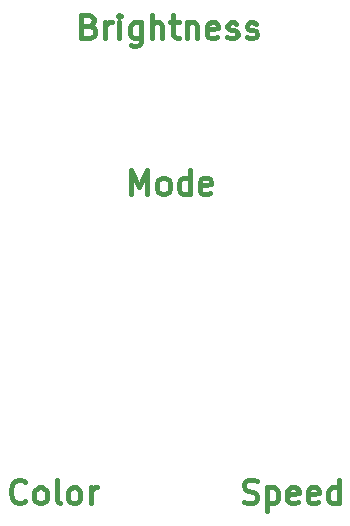
<source format=gbr>
G04 #@! TF.GenerationSoftware,KiCad,Pcbnew,(5.1.5-0-10_14)*
G04 #@! TF.CreationDate,2020-01-23T10:56:36-08:00*
G04 #@! TF.ProjectId,FaceplateBoardNoParts,46616365-706c-4617-9465-426f6172644e,rev?*
G04 #@! TF.SameCoordinates,Original*
G04 #@! TF.FileFunction,Legend,Top*
G04 #@! TF.FilePolarity,Positive*
%FSLAX46Y46*%
G04 Gerber Fmt 4.6, Leading zero omitted, Abs format (unit mm)*
G04 Created by KiCad (PCBNEW (5.1.5-0-10_14)) date 2020-01-23 10:56:36*
%MOMM*%
%LPD*%
G04 APERTURE LIST*
%ADD10C,0.400000*%
G04 APERTURE END LIST*
D10*
X151264048Y-121282297D02*
X151549763Y-121377535D01*
X152025953Y-121377535D01*
X152216429Y-121282297D01*
X152311667Y-121187059D01*
X152406906Y-120996583D01*
X152406906Y-120806107D01*
X152311667Y-120615631D01*
X152216429Y-120520393D01*
X152025953Y-120425154D01*
X151645001Y-120329916D01*
X151454525Y-120234678D01*
X151359287Y-120139440D01*
X151264048Y-119948964D01*
X151264048Y-119758488D01*
X151359287Y-119568012D01*
X151454525Y-119472774D01*
X151645001Y-119377535D01*
X152121191Y-119377535D01*
X152406906Y-119472774D01*
X153264048Y-120044202D02*
X153264048Y-122044202D01*
X153264048Y-120139440D02*
X153454525Y-120044202D01*
X153835477Y-120044202D01*
X154025953Y-120139440D01*
X154121191Y-120234678D01*
X154216429Y-120425154D01*
X154216429Y-120996583D01*
X154121191Y-121187059D01*
X154025953Y-121282297D01*
X153835477Y-121377535D01*
X153454525Y-121377535D01*
X153264048Y-121282297D01*
X155835477Y-121282297D02*
X155645001Y-121377535D01*
X155264048Y-121377535D01*
X155073572Y-121282297D01*
X154978334Y-121091821D01*
X154978334Y-120329916D01*
X155073572Y-120139440D01*
X155264048Y-120044202D01*
X155645001Y-120044202D01*
X155835477Y-120139440D01*
X155930715Y-120329916D01*
X155930715Y-120520393D01*
X154978334Y-120710869D01*
X157549763Y-121282297D02*
X157359287Y-121377535D01*
X156978334Y-121377535D01*
X156787858Y-121282297D01*
X156692620Y-121091821D01*
X156692620Y-120329916D01*
X156787858Y-120139440D01*
X156978334Y-120044202D01*
X157359287Y-120044202D01*
X157549763Y-120139440D01*
X157645001Y-120329916D01*
X157645001Y-120520393D01*
X156692620Y-120710869D01*
X159359287Y-121377535D02*
X159359287Y-119377535D01*
X159359287Y-121282297D02*
X159168810Y-121377535D01*
X158787858Y-121377535D01*
X158597382Y-121282297D01*
X158502144Y-121187059D01*
X158406906Y-120996583D01*
X158406906Y-120425154D01*
X158502144Y-120234678D01*
X158597382Y-120139440D01*
X158787858Y-120044202D01*
X159168810Y-120044202D01*
X159359287Y-120139440D01*
X132782153Y-121187059D02*
X132686915Y-121282297D01*
X132401201Y-121377535D01*
X132210725Y-121377535D01*
X131925010Y-121282297D01*
X131734534Y-121091821D01*
X131639296Y-120901345D01*
X131544058Y-120520393D01*
X131544058Y-120234678D01*
X131639296Y-119853726D01*
X131734534Y-119663250D01*
X131925010Y-119472774D01*
X132210725Y-119377535D01*
X132401201Y-119377535D01*
X132686915Y-119472774D01*
X132782153Y-119568012D01*
X133925010Y-121377535D02*
X133734534Y-121282297D01*
X133639296Y-121187059D01*
X133544058Y-120996583D01*
X133544058Y-120425154D01*
X133639296Y-120234678D01*
X133734534Y-120139440D01*
X133925010Y-120044202D01*
X134210725Y-120044202D01*
X134401201Y-120139440D01*
X134496439Y-120234678D01*
X134591677Y-120425154D01*
X134591677Y-120996583D01*
X134496439Y-121187059D01*
X134401201Y-121282297D01*
X134210725Y-121377535D01*
X133925010Y-121377535D01*
X135734534Y-121377535D02*
X135544058Y-121282297D01*
X135448820Y-121091821D01*
X135448820Y-119377535D01*
X136782153Y-121377535D02*
X136591677Y-121282297D01*
X136496439Y-121187059D01*
X136401201Y-120996583D01*
X136401201Y-120425154D01*
X136496439Y-120234678D01*
X136591677Y-120139440D01*
X136782153Y-120044202D01*
X137067867Y-120044202D01*
X137258344Y-120139440D01*
X137353582Y-120234678D01*
X137448820Y-120425154D01*
X137448820Y-120996583D01*
X137353582Y-121187059D01*
X137258344Y-121282297D01*
X137067867Y-121377535D01*
X136782153Y-121377535D01*
X138305963Y-121377535D02*
X138305963Y-120044202D01*
X138305963Y-120425154D02*
X138401201Y-120234678D01*
X138496439Y-120139440D01*
X138686915Y-120044202D01*
X138877391Y-120044202D01*
X141764353Y-95190135D02*
X141764353Y-93190135D01*
X142431020Y-94618707D01*
X143097687Y-93190135D01*
X143097687Y-95190135D01*
X144335782Y-95190135D02*
X144145306Y-95094897D01*
X144050067Y-94999659D01*
X143954829Y-94809183D01*
X143954829Y-94237754D01*
X144050067Y-94047278D01*
X144145306Y-93952040D01*
X144335782Y-93856802D01*
X144621496Y-93856802D01*
X144811972Y-93952040D01*
X144907210Y-94047278D01*
X145002448Y-94237754D01*
X145002448Y-94809183D01*
X144907210Y-94999659D01*
X144811972Y-95094897D01*
X144621496Y-95190135D01*
X144335782Y-95190135D01*
X146716734Y-95190135D02*
X146716734Y-93190135D01*
X146716734Y-95094897D02*
X146526258Y-95190135D01*
X146145306Y-95190135D01*
X145954829Y-95094897D01*
X145859591Y-94999659D01*
X145764353Y-94809183D01*
X145764353Y-94237754D01*
X145859591Y-94047278D01*
X145954829Y-93952040D01*
X146145306Y-93856802D01*
X146526258Y-93856802D01*
X146716734Y-93952040D01*
X148431020Y-95094897D02*
X148240544Y-95190135D01*
X147859591Y-95190135D01*
X147669115Y-95094897D01*
X147573877Y-94904421D01*
X147573877Y-94142516D01*
X147669115Y-93952040D01*
X147859591Y-93856802D01*
X148240544Y-93856802D01*
X148431020Y-93952040D01*
X148526258Y-94142516D01*
X148526258Y-94332993D01*
X147573877Y-94523469D01*
X138180201Y-80959916D02*
X138465915Y-81055154D01*
X138561153Y-81150393D01*
X138656391Y-81340869D01*
X138656391Y-81626583D01*
X138561153Y-81817059D01*
X138465915Y-81912297D01*
X138275439Y-82007535D01*
X137513534Y-82007535D01*
X137513534Y-80007535D01*
X138180201Y-80007535D01*
X138370677Y-80102774D01*
X138465915Y-80198012D01*
X138561153Y-80388488D01*
X138561153Y-80578964D01*
X138465915Y-80769440D01*
X138370677Y-80864678D01*
X138180201Y-80959916D01*
X137513534Y-80959916D01*
X139513534Y-82007535D02*
X139513534Y-80674202D01*
X139513534Y-81055154D02*
X139608772Y-80864678D01*
X139704010Y-80769440D01*
X139894487Y-80674202D01*
X140084963Y-80674202D01*
X140751629Y-82007535D02*
X140751629Y-80674202D01*
X140751629Y-80007535D02*
X140656391Y-80102774D01*
X140751629Y-80198012D01*
X140846867Y-80102774D01*
X140751629Y-80007535D01*
X140751629Y-80198012D01*
X142561153Y-80674202D02*
X142561153Y-82293250D01*
X142465915Y-82483726D01*
X142370677Y-82578964D01*
X142180201Y-82674202D01*
X141894487Y-82674202D01*
X141704010Y-82578964D01*
X142561153Y-81912297D02*
X142370677Y-82007535D01*
X141989725Y-82007535D01*
X141799248Y-81912297D01*
X141704010Y-81817059D01*
X141608772Y-81626583D01*
X141608772Y-81055154D01*
X141704010Y-80864678D01*
X141799248Y-80769440D01*
X141989725Y-80674202D01*
X142370677Y-80674202D01*
X142561153Y-80769440D01*
X143513534Y-82007535D02*
X143513534Y-80007535D01*
X144370677Y-82007535D02*
X144370677Y-80959916D01*
X144275439Y-80769440D01*
X144084963Y-80674202D01*
X143799248Y-80674202D01*
X143608772Y-80769440D01*
X143513534Y-80864678D01*
X145037344Y-80674202D02*
X145799248Y-80674202D01*
X145323058Y-80007535D02*
X145323058Y-81721821D01*
X145418296Y-81912297D01*
X145608772Y-82007535D01*
X145799248Y-82007535D01*
X146465915Y-80674202D02*
X146465915Y-82007535D01*
X146465915Y-80864678D02*
X146561153Y-80769440D01*
X146751629Y-80674202D01*
X147037344Y-80674202D01*
X147227820Y-80769440D01*
X147323058Y-80959916D01*
X147323058Y-82007535D01*
X149037344Y-81912297D02*
X148846867Y-82007535D01*
X148465915Y-82007535D01*
X148275439Y-81912297D01*
X148180201Y-81721821D01*
X148180201Y-80959916D01*
X148275439Y-80769440D01*
X148465915Y-80674202D01*
X148846867Y-80674202D01*
X149037344Y-80769440D01*
X149132582Y-80959916D01*
X149132582Y-81150393D01*
X148180201Y-81340869D01*
X149894487Y-81912297D02*
X150084963Y-82007535D01*
X150465915Y-82007535D01*
X150656391Y-81912297D01*
X150751629Y-81721821D01*
X150751629Y-81626583D01*
X150656391Y-81436107D01*
X150465915Y-81340869D01*
X150180201Y-81340869D01*
X149989725Y-81245631D01*
X149894487Y-81055154D01*
X149894487Y-80959916D01*
X149989725Y-80769440D01*
X150180201Y-80674202D01*
X150465915Y-80674202D01*
X150656391Y-80769440D01*
X151513534Y-81912297D02*
X151704010Y-82007535D01*
X152084963Y-82007535D01*
X152275439Y-81912297D01*
X152370677Y-81721821D01*
X152370677Y-81626583D01*
X152275439Y-81436107D01*
X152084963Y-81340869D01*
X151799248Y-81340869D01*
X151608772Y-81245631D01*
X151513534Y-81055154D01*
X151513534Y-80959916D01*
X151608772Y-80769440D01*
X151799248Y-80674202D01*
X152084963Y-80674202D01*
X152275439Y-80769440D01*
M02*

</source>
